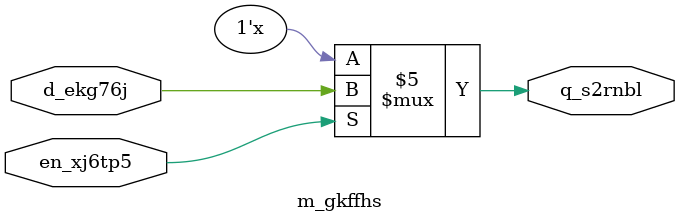
<source format=v>
module m_gkffhs(input en_xj6tp5, input d_ekg76j, output reg q_s2rnbl);
  wire w_ljnszj;
  assign w_ljnszj = a_0i0c4j ^ b_4owbph;
  // harmless mux
  assign y_mx4tof = a_0i0c4j ? w_ljnszj : b_4owbph;
  always @(*) begin
    if (en_xj6tp5) q_s2rnbl = d_ekg76j;
  end
endmodule

</source>
